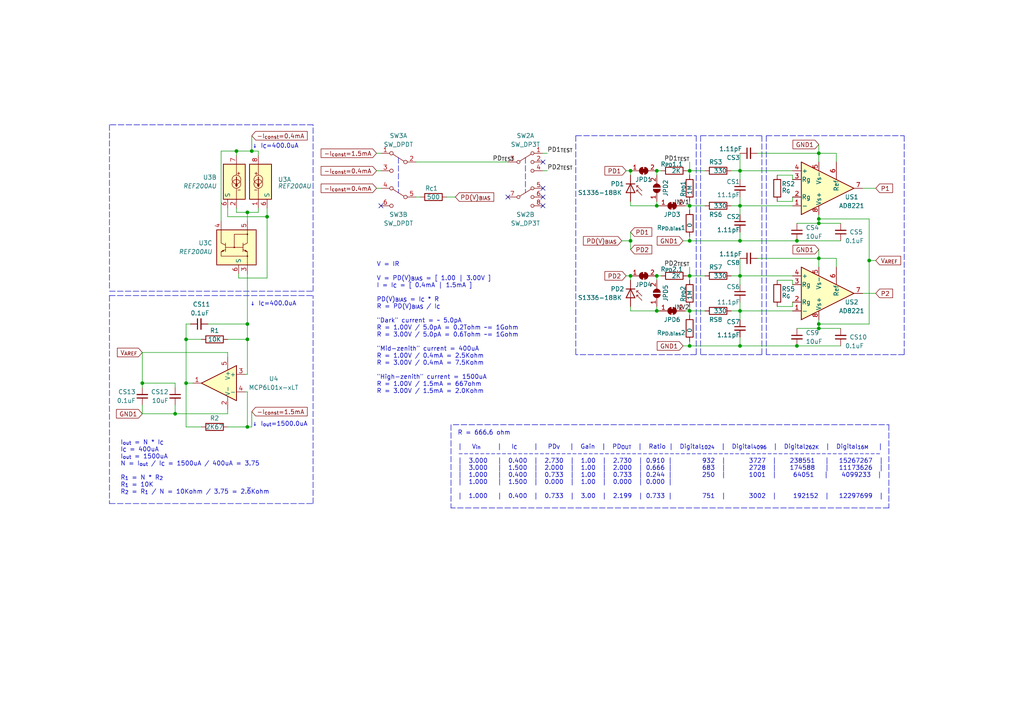
<source format=kicad_sch>
(kicad_sch (version 20211123) (generator eeschema)
  (paper "A4")
  (lib_symbols
    (symbol "Amplifier_Instrumentation:AD8236" (pin_names (offset 0.127))
      (property "Reference" "U" (at 3.81 7.62 0))
      (property "Value" "AD8236" (at 3.81 5.08 0))
      (symbol "AD8236_0_1"
        (polyline (pts (xy -7.62 7.62) (xy -7.62 -7.62) (xy 7.62 0) (xy -7.62 7.62)) (stroke (width 0.254)) (fill (type background)))
      )
      (symbol "AD8236_1_1"
        (pin input line (at -10.16 5.08 0) (length 2.54) (name "-") (number "1"))
        (pin passive line (at -10.16 2.54 0) (length 2.54) (name "Rg") (number "2"))
        (pin passive line (at -10.16 -2.54 0) (length 2.54) (name "Rg") (number "3"))
        (pin input line (at -10.16 -5.08 0) (length 2.54) (name "+") (number "4"))
        (pin power_in line (at -2.54 -7.62 90) (length 2.54) (name "Vs-") (number "5"))
        (pin passive line (at 2.54 -7.62 90) (length 5.08) (name "Ref") (number "6"))
        (pin output line (at 10.16 0 180) (length 2.54) (name "~") (number "7"))
        (pin power_in line (at -2.54 7.62 270) (length 2.54) (name "Vs+") (number "8"))
      )
    )
    (symbol "Amplifier_Operational:MCP6L01x-xLT" (pin_names (offset 0.127))
      (property "Reference" "U" (at -1.27 6.35 0))
      (property "Value" "MCP6L01x-xLT" (at -1.27 3.81 0))
      (symbol "MCP6L01x-xLT_0_1"
        (polyline (pts (xy -5.08 5.08) (xy 5.08 0) (xy -5.08 -5.08) (xy -5.08 5.08)) (stroke (width 0.254)) (fill (type background)))
        (pin power_in line (at -2.54 -7.62 90) (length 3.81) (name "V-") (number "2"))
        (pin power_in line (at -2.54 7.62 270) (length 3.81) (name "V+") (number "5"))
      )
      (symbol "MCP6L01x-xLT_1_1"
        (pin output line (at 7.62 0 180) (length 2.54) (name "~") (number "1"))
        (pin input line (at -7.62 2.54 0) (length 2.54) (name "+") (number "3"))
        (pin input line (at -7.62 -2.54 0) (length 2.54) (name "-") (number "4"))
      )
    )
    (symbol "Device:C_Small" (pin_numbers hide) (pin_names (offset 0.254) hide)
      (property "Reference" "C" (at 0.254 1.778 0))
      (property "Value" "C_Small" (at 0.254 -2.032 0))
      (symbol "C_Small_0_1"
        (polyline (pts (xy -1.524 -0.508) (xy 1.524 -0.508)) (stroke (width 0.3302)))
        (polyline (pts (xy -1.524 0.508) (xy 1.524 0.508)) (stroke (width 0.3048)))
      )
      (symbol "C_Small_1_1"
        (pin passive line (at 0 2.54 270) (length 2.032) (name "~") (number "1"))
        (pin passive line (at 0 -2.54 90) (length 2.032) (name "~") (number "2"))
      )
    )
    (symbol "Device:R" (pin_numbers hide) (pin_names (offset 0))
      (property "Reference" "R" (at 2.032 0 90))
      (property "Value" "R" (at 0 0 90))
      (symbol "R_0_1"
        (rectangle (start -1.016 -2.54) (end 1.016 2.54) (stroke (width 0.254)))
      )
      (symbol "R_1_1"
        (pin passive line (at 0 3.81 270) (length 1.27) (name "~") (number "1"))
        (pin passive line (at 0 -3.81 90) (length 1.27) (name "~") (number "2"))
      )
    )
    (symbol "Jumper:SolderJumper_2_Bridged" (pin_names (offset 0) hide)
      (property "Reference" "JP" (at 0 2.032 0))
      (property "Value" "SolderJumper_2_Bridged" (at 0 -2.54 0))
      (symbol "SolderJumper_2_Bridged_0_1"
        (rectangle (start -0.508 0.508) (end 0.508 -0.508) (fill (type outline)))
        (arc (start -0.254 1.016) (mid -1.27 0) (end -0.254 -1.016))
        (arc (start -0.254 1.016) (mid -1.27 0) (end -0.254 -1.016) (fill (type outline)))
        (polyline (pts (xy -0.254 1.016) (xy -0.254 -1.016)))
        (polyline (pts (xy 0.254 1.016) (xy 0.254 -1.016)))
        (arc (start 0.254 -1.016) (mid 1.27 0) (end 0.254 1.016))
        (arc (start 0.254 -1.016) (mid 1.27 0) (end 0.254 1.016) (fill (type outline)))
      )
      (symbol "SolderJumper_2_Bridged_1_1"
        (pin passive line (at -3.81 0 0) (length 2.54) (name "A") (number "1"))
        (pin passive line (at 3.81 0 180) (length 2.54) (name "B") (number "2"))
      )
    )
    (symbol "Jumper:SolderJumper_2_Open" (pin_names (offset 0) hide)
      (property "Reference" "JP" (at 0 2.032 0))
      (property "Value" "SolderJumper_2_Open" (at 0 -2.54 0))
      (symbol "SolderJumper_2_Open_0_1"
        (arc (start -0.254 1.016) (mid -1.27 0) (end -0.254 -1.016))
        (arc (start -0.254 1.016) (mid -1.27 0) (end -0.254 -1.016) (fill (type outline)))
        (polyline (pts (xy -0.254 1.016) (xy -0.254 -1.016)))
        (polyline (pts (xy 0.254 1.016) (xy 0.254 -1.016)))
        (arc (start 0.254 -1.016) (mid 1.27 0) (end 0.254 1.016))
        (arc (start 0.254 -1.016) (mid 1.27 0) (end 0.254 1.016) (fill (type outline)))
      )
      (symbol "SolderJumper_2_Open_1_1"
        (pin passive line (at -3.81 0 0) (length 2.54) (name "A") (number "1"))
        (pin passive line (at 3.81 0 180) (length 2.54) (name "B") (number "2"))
      )
    )
    (symbol "Reference_Current:REF200AU"
      (property "Reference" "U" (at -3.175 4.445 0))
      (property "Value" "REF200AU" (at -3.175 2.54 0))
      (symbol "REF200AU_0_1"
        (pin passive line (at 2.54 -7.62 90) (length 2.54) (name "S") (number "6"))
      )
      (symbol "REF200AU_1_1"
        (rectangle (start -2.54 5.08) (end 3.81 -5.08) (stroke (width 0.254)) (fill (type background)))
        (circle (center 0 -0.635) (radius 1.27))
        (polyline (pts (xy -1.143 -2.413) (xy -0.381 -2.413)))
        (polyline (pts (xy -1.016 2.413) (xy -0.254 2.413)))
        (polyline (pts (xy -0.635 2.794) (xy -0.635 2.032)))
        (polyline (pts (xy 0 -1.905) (xy 0 -5.08)))
        (polyline (pts (xy 0 1.397) (xy 0 -1.397)) (stroke (width 0.254)))
        (polyline (pts (xy 0 5.08) (xy 0 1.905)))
        (polyline (pts (xy 0 -1.397) (xy -0.254 -0.889) (xy 0.254 -0.889) (xy 0 -1.397)) (stroke (width 0.254)))
        (circle (center 0 0.635) (radius 1.27))
        (pin passive line (at 0 -7.62 90) (length 2.54) (name "~") (number "1"))
        (pin passive line (at 0 7.62 270) (length 2.54) (name "~") (number "8"))
      )
      (symbol "REF200AU_2_1"
        (rectangle (start -2.54 5.08) (end 3.81 -5.08) (stroke (width 0.254)) (fill (type background)))
        (circle (center 0 -0.635) (radius 1.27))
        (polyline (pts (xy -1.143 -2.413) (xy -0.381 -2.413)))
        (polyline (pts (xy -1.016 2.413) (xy -0.254 2.413)))
        (polyline (pts (xy -0.635 2.794) (xy -0.635 2.032)))
        (polyline (pts (xy 0 -1.905) (xy 0 -5.08)))
        (polyline (pts (xy 0 1.397) (xy 0 -1.397)) (stroke (width 0.254)))
        (polyline (pts (xy 0 5.08) (xy 0 1.905)))
        (polyline (pts (xy 0 -1.397) (xy -0.254 -0.889) (xy 0.254 -0.889) (xy 0 -1.397)) (stroke (width 0.254)))
        (circle (center 0 0.635) (radius 1.27))
        (pin passive line (at 0 -7.62 90) (length 2.54) (name "~") (number "2"))
        (pin passive line (at 0 7.62 270) (length 2.54) (name "~") (number "7"))
      )
      (symbol "REF200AU_3_1"
        (rectangle (start -2.54 5.08) (end 8.89 -5.08) (stroke (width 0.254)) (fill (type background)))
        (circle (center 0 -2.54) (radius 0.1524))
        (polyline (pts (xy 0 3.81) (xy 0 5.08)))
        (polyline (pts (xy 1.27 -1.27) (xy 1.27 1.27)))
        (polyline (pts (xy 1.27 0) (xy 6.35 0)))
        (polyline (pts (xy 6.35 1.27) (xy 6.35 -1.27)))
        (polyline (pts (xy 0 -5.08) (xy 0 -1.27) (xy 1.27 -0.635)))
        (polyline (pts (xy 0 3.81) (xy 3.81 3.81) (xy 3.81 0)))
        (polyline (pts (xy 1.27 0.635) (xy 0 1.27) (xy 0 3.81)))
        (polyline (pts (xy 7.62 5.08) (xy 7.62 1.27) (xy 6.35 0.635)))
        (polyline (pts (xy 0 -1.27) (xy 0.6096 -0.762) (xy 0.762 -1.1176) (xy 0 -1.27)))
        (polyline (pts (xy 6.35 -0.635) (xy 7.62 -1.27) (xy 7.62 -2.54) (xy 0 -2.54)))
        (polyline (pts (xy 7.62 -1.27) (xy 7.0104 -0.762) (xy 6.858 -1.1176) (xy 7.62 -1.27)))
        (circle (center 0 3.81) (radius 0.1524))
        (circle (center 3.81 0) (radius 0.1524))
        (pin passive line (at 0 -7.62 90) (length 2.54) (name "~") (number "3"))
        (pin passive line (at 7.62 7.62 270) (length 2.54) (name "~") (number "4"))
        (pin passive line (at 0 7.62 270) (length 2.54) (name "~") (number "5"))
      )
    )
    (symbol "Sensor_Optical:S13360-3025CS" (pin_numbers hide) (pin_names hide)
      (property "Reference" "D" (at 1.778 1.778 0))
      (property "Value" "S13360-3025CS" (at 0.254 -2.794 0))
      (symbol "S13360-3025CS_0_1"
        (polyline (pts (xy -1.27 0) (xy 1.27 0)))
        (polyline (pts (xy -1.27 1.27) (xy -1.27 -1.27)) (stroke (width 0.254)))
        (polyline (pts (xy -0.762 1.778) (xy -0.254 1.778)))
        (polyline (pts (xy 1.27 1.27) (xy 1.27 -1.27)) (stroke (width 0.254)))
        (polyline (pts (xy 0.762 3.302) (xy -0.762 1.778) (xy -0.762 2.286)))
        (polyline (pts (xy 1.27 1.27) (xy -1.27 0) (xy 1.27 -1.27)) (stroke (width 0.254)))
        (polyline (pts (xy 2.032 3.302) (xy 0.508 1.778) (xy 0.508 2.286) (xy 0.508 1.778) (xy 1.016 1.778)))
      )
      (symbol "S13360-3025CS_1_1"
        (pin passive line (at 3.81 0 180) (length 2.54) (name "A") (number "1"))
        (pin passive line (at -3.81 0 0) (length 2.54) (name "K") (number "2"))
      )
    )
    (symbol "Switch:SW_DP3T" (pin_names (offset 0) hide)
      (property "Reference" "SW" (at 0 5.08 0))
      (property "Value" "SW_DP3T" (at 0 -5.08 0))
      (symbol "SW_DP3T_0_1"
        (circle (center -2.032 0) (radius 0.4572))
        (polyline (pts (xy -1.651 0.254) (xy 1.651 2.286)))
        (circle (center 2.032 -2.54) (radius 0.4572))
        (circle (center 2.032 0) (radius 0.4572))
        (circle (center 2.032 2.54) (radius 0.4572))
      )
      (symbol "SW_DP3T_1_1"
        (pin passive line (at 5.08 2.54 180) (length 2.54) (name "1") (number "1"))
        (pin passive line (at 5.08 0 180) (length 2.54) (name "2") (number "2"))
        (pin passive line (at -5.08 0 0) (length 2.54) (name "3") (number "3"))
        (pin passive line (at 5.08 -2.54 180) (length 2.54) (name "4") (number "4"))
      )
      (symbol "SW_DP3T_2_1"
        (pin passive line (at 5.08 2.54 180) (length 2.54) (name "5") (number "5"))
        (pin passive line (at 5.08 0 180) (length 2.54) (name "6") (number "6"))
        (pin passive line (at -5.08 0 0) (length 2.54) (name "7") (number "7"))
        (pin passive line (at 5.08 -2.54 180) (length 2.54) (name "8") (number "8"))
      )
    )
    (symbol "Switch:SW_DPDT_x2" (pin_names (offset 0) hide)
      (property "Reference" "SW" (at 0 4.318 0))
      (property "Value" "SW_DPDT_x2" (at 0 -5.08 0))
      (symbol "SW_DPDT_x2_0_0"
        (circle (center -2.032 0) (radius 0.508))
        (circle (center 2.032 -2.54) (radius 0.508))
      )
      (symbol "SW_DPDT_x2_0_1"
        (polyline (pts (xy -1.524 0.254) (xy 1.651 2.286)))
        (circle (center 2.032 2.54) (radius 0.508))
      )
      (symbol "SW_DPDT_x2_1_1"
        (pin passive line (at 5.08 2.54 180) (length 2.54) (name "A") (number "1"))
        (pin passive line (at -5.08 0 0) (length 2.54) (name "B") (number "2"))
        (pin passive line (at 5.08 -2.54 180) (length 2.54) (name "C") (number "3"))
      )
      (symbol "SW_DPDT_x2_2_1"
        (pin passive line (at 5.08 2.54 180) (length 2.54) (name "A") (number "4"))
        (pin passive line (at -5.08 0 0) (length 2.54) (name "B") (number "5"))
        (pin passive line (at 5.08 -2.54 180) (length 2.54) (name "C") (number "6"))
      )
    )
  )
  (junction (at 182.88 80.01))
  (junction (at 214.63 100.33))
  (junction (at 200.025 59.69))
  (junction (at 252.095 75.565))
  (junction (at 68.58 43.815))
  (junction (at 50.8 120.015))
  (junction (at 237.49 74.93))
  (junction (at 182.88 49.53))
  (junction (at 190.5 59.69))
  (junction (at 237.49 93.98))
  (junction (at 237.49 63.5))
  (junction (at 53.975 98.425))
  (junction (at 200.025 69.85))
  (junction (at 200.025 90.17))
  (junction (at 71.755 123.825))
  (junction (at 200.025 100.33))
  (junction (at 200.025 80.01))
  (junction (at 214.63 49.53))
  (junction (at 190.5 90.17))
  (junction (at 190.5 80.01))
  (junction (at 77.47 62.865))
  (junction (at 73.025 43.815))
  (junction (at 237.49 44.45))
  (junction (at 214.63 90.17))
  (junction (at 71.755 98.425))
  (junction (at 71.755 93.98))
  (junction (at 231.14 100.33))
  (junction (at 190.5 49.53))
  (junction (at 231.14 69.85))
  (junction (at 71.755 61.595))
  (junction (at 237.49 64.77))
  (junction (at 200.025 49.53))
  (junction (at 214.63 69.85))
  (junction (at 53.975 111.125))
  (junction (at 214.63 59.69))
  (junction (at 214.63 80.01))
  (junction (at 41.275 111.125))
  (junction (at 182.88 69.85))
  (junction (at 237.49 95.25))
  (no_connect (at 157.48 46.99))
  (no_connect (at 157.48 54.61))
  (no_connect (at 147.32 57.15))
  (no_connect (at 110.49 59.69))
  (no_connect (at 157.48 59.69))
  (no_connect (at 157.48 57.15))
  (wire (pts (xy 182.88 90.17) (xy 190.5 90.17)))
  (wire (pts (xy 250.19 54.61) (xy 254 54.61)))
  (wire (pts (xy 229.87 81.28) (xy 229.87 82.55)))
  (wire (pts (xy 214.63 52.07) (xy 214.63 49.53)))
  (wire (pts (xy 200.025 69.85) (xy 198.12 69.85)))
  (polyline (pts (xy 203.2 39.37) (xy 203.2 102.87)))
  (wire (pts (xy 200.025 99.06) (xy 200.025 100.33)))
  (wire (pts (xy 212.09 80.01) (xy 214.63 80.01)))
  (wire (pts (xy 214.63 90.17) (xy 214.63 92.71)))
  (polyline (pts (xy 115.57 45.72) (xy 115.57 55.88)))
  (wire (pts (xy 219.71 44.45) (xy 237.49 44.45)))
  (wire (pts (xy 237.49 41.91) (xy 237.49 44.45)))
  (wire (pts (xy 212.09 49.53) (xy 214.63 49.53)))
  (wire (pts (xy 237.49 44.45) (xy 242.57 44.45)))
  (wire (pts (xy 77.47 62.865) (xy 66.04 62.865)))
  (wire (pts (xy 190.5 80.01) (xy 191.77 80.01)))
  (wire (pts (xy 53.975 93.98) (xy 53.975 98.425)))
  (wire (pts (xy 73.025 119.38) (xy 73.025 123.825)))
  (wire (pts (xy 190.5 49.53) (xy 190.5 50.8)))
  (polyline (pts (xy 220.98 102.87) (xy 203.2 102.87)))
  (wire (pts (xy 66.04 118.745) (xy 66.04 120.015)))
  (wire (pts (xy 214.63 87.63) (xy 214.63 90.17)))
  (polyline (pts (xy 203.2 39.37) (xy 220.98 39.37)))
  (wire (pts (xy 237.49 74.93) (xy 242.57 74.93)))
  (wire (pts (xy 252.095 75.565) (xy 252.095 93.98)))
  (wire (pts (xy 71.755 123.825) (xy 66.04 123.825)))
  (wire (pts (xy 50.8 111.125) (xy 50.8 112.395)))
  (polyline (pts (xy 31.75 84.455) (xy 90.805 84.455)))
  (polyline (pts (xy 222.25 39.37) (xy 262.255 39.37)))
  (wire (pts (xy 53.975 111.125) (xy 53.975 123.825)))
  (polyline (pts (xy 220.98 39.37) (xy 220.98 102.87)))
  (polyline (pts (xy 31.75 85.725) (xy 90.805 85.725)))
  (wire (pts (xy 190.5 88.9) (xy 190.5 90.17)))
  (wire (pts (xy 190.5 90.17) (xy 191.135 90.17)))
  (wire (pts (xy 242.57 77.47) (xy 242.57 74.93)))
  (polyline (pts (xy 222.25 39.37) (xy 222.25 102.87)))
  (wire (pts (xy 74.93 60.325) (xy 74.93 61.595)))
  (wire (pts (xy 214.63 100.33) (xy 231.14 100.33)))
  (wire (pts (xy 198.755 90.17) (xy 200.025 90.17)))
  (wire (pts (xy 200.025 68.58) (xy 200.025 69.85)))
  (wire (pts (xy 120.65 57.15) (xy 121.92 57.15)))
  (wire (pts (xy 182.88 49.53) (xy 182.88 50.8)))
  (wire (pts (xy 200.025 77.47) (xy 200.025 80.01)))
  (polyline (pts (xy 31.75 146.05) (xy 90.805 146.05)))
  (wire (pts (xy 214.63 82.55) (xy 214.63 80.01)))
  (polyline (pts (xy 31.75 36.195) (xy 31.75 83.82)))
  (wire (pts (xy 158.75 49.53) (xy 157.48 49.53)))
  (polyline (pts (xy 257.81 147.32) (xy 130.81 147.32)))
  (polyline (pts (xy 262.255 39.37) (xy 262.255 102.87)))
  (wire (pts (xy 252.095 63.5) (xy 252.095 75.565)))
  (wire (pts (xy 68.58 43.815) (xy 64.135 43.815)))
  (wire (pts (xy 214.63 67.31) (xy 214.63 69.85)))
  (wire (pts (xy 73.025 39.37) (xy 73.025 43.815)))
  (polyline (pts (xy 201.93 102.87) (xy 167.005 102.87)))
  (wire (pts (xy 225.425 58.42) (xy 229.87 58.42)))
  (wire (pts (xy 237.49 62.23) (xy 237.49 63.5)))
  (wire (pts (xy 198.755 59.69) (xy 200.025 59.69)))
  (wire (pts (xy 77.47 62.865) (xy 77.47 80.645)))
  (wire (pts (xy 66.04 102.235) (xy 66.04 103.505)))
  (wire (pts (xy 200.025 100.33) (xy 214.63 100.33)))
  (wire (pts (xy 64.135 43.815) (xy 64.135 64.135)))
  (wire (pts (xy 181.61 49.53) (xy 182.88 49.53)))
  (wire (pts (xy 231.14 69.85) (xy 243.84 69.85)))
  (wire (pts (xy 41.275 102.235) (xy 41.275 111.125)))
  (wire (pts (xy 200.025 49.53) (xy 200.025 50.8)))
  (wire (pts (xy 200.025 49.53) (xy 204.47 49.53)))
  (wire (pts (xy 182.88 69.85) (xy 180.34 69.85)))
  (polyline (pts (xy 201.93 39.37) (xy 201.93 102.87)))
  (wire (pts (xy 41.275 111.125) (xy 41.275 112.395)))
  (wire (pts (xy 77.47 80.645) (xy 69.215 80.645)))
  (wire (pts (xy 237.49 63.5) (xy 237.49 64.77)))
  (wire (pts (xy 109.22 54.61) (xy 110.49 54.61)))
  (wire (pts (xy 200.025 90.17) (xy 204.47 90.17)))
  (wire (pts (xy 50.8 111.125) (xy 41.275 111.125)))
  (wire (pts (xy 200.025 88.9) (xy 200.025 90.17)))
  (wire (pts (xy 237.49 44.45) (xy 237.49 46.99)))
  (wire (pts (xy 53.975 98.425) (xy 53.975 111.125)))
  (wire (pts (xy 214.63 44.45) (xy 214.63 49.53)))
  (wire (pts (xy 55.88 111.125) (xy 53.975 111.125)))
  (wire (pts (xy 237.49 74.93) (xy 237.49 77.47)))
  (wire (pts (xy 252.095 93.98) (xy 237.49 93.98)))
  (wire (pts (xy 109.22 44.45) (xy 110.49 44.45)))
  (wire (pts (xy 58.42 98.425) (xy 53.975 98.425)))
  (wire (pts (xy 250.19 85.09) (xy 254 85.09)))
  (wire (pts (xy 214.63 90.17) (xy 229.87 90.17)))
  (wire (pts (xy 214.63 80.01) (xy 229.87 80.01)))
  (wire (pts (xy 71.755 98.425) (xy 71.755 108.585)))
  (polyline (pts (xy 31.75 85.725) (xy 31.75 146.05)))
  (wire (pts (xy 199.39 80.01) (xy 200.025 80.01)))
  (polyline (pts (xy 262.255 102.87) (xy 222.25 102.87)))
  (wire (pts (xy 66.04 60.325) (xy 66.04 62.865)))
  (wire (pts (xy 229.87 58.42) (xy 229.87 57.15)))
  (wire (pts (xy 50.8 120.015) (xy 41.275 120.015)))
  (wire (pts (xy 109.22 49.53) (xy 110.49 49.53)))
  (polyline (pts (xy 131.445 123.19) (xy 257.81 123.19)))
  (wire (pts (xy 225.425 88.9) (xy 229.87 88.9)))
  (wire (pts (xy 55.245 93.98) (xy 53.975 93.98)))
  (wire (pts (xy 229.87 88.9) (xy 229.87 87.63)))
  (wire (pts (xy 190.5 58.42) (xy 190.5 59.69)))
  (wire (pts (xy 200.025 58.42) (xy 200.025 59.69)))
  (wire (pts (xy 198.12 100.33) (xy 200.025 100.33)))
  (polyline (pts (xy 90.805 36.195) (xy 31.75 36.195)))
  (wire (pts (xy 225.425 81.28) (xy 229.87 81.28)))
  (wire (pts (xy 214.63 97.79) (xy 214.63 100.33)))
  (wire (pts (xy 200.025 59.69) (xy 204.47 59.69)))
  (wire (pts (xy 71.755 93.98) (xy 60.325 93.98)))
  (wire (pts (xy 214.63 59.69) (xy 214.63 62.23)))
  (wire (pts (xy 214.63 74.93) (xy 214.63 80.01)))
  (wire (pts (xy 200.025 46.99) (xy 200.025 49.53)))
  (wire (pts (xy 214.63 49.53) (xy 229.87 49.53)))
  (polyline (pts (xy 167.005 39.37) (xy 167.005 102.87)))
  (wire (pts (xy 77.47 60.325) (xy 77.47 62.865)))
  (wire (pts (xy 200.025 80.01) (xy 204.47 80.01)))
  (wire (pts (xy 41.275 120.015) (xy 41.275 117.475)))
  (wire (pts (xy 120.65 46.99) (xy 147.32 46.99)))
  (wire (pts (xy 182.88 67.31) (xy 182.88 69.85)))
  (wire (pts (xy 68.58 43.815) (xy 68.58 45.085)))
  (wire (pts (xy 71.755 113.665) (xy 71.12 113.665)))
  (wire (pts (xy 74.93 43.815) (xy 74.93 45.085)))
  (wire (pts (xy 199.39 49.53) (xy 200.025 49.53)))
  (wire (pts (xy 53.975 123.825) (xy 58.42 123.825)))
  (wire (pts (xy 214.63 69.85) (xy 231.14 69.85)))
  (wire (pts (xy 237.49 64.77) (xy 243.84 64.77)))
  (wire (pts (xy 71.755 61.595) (xy 71.755 64.135)))
  (wire (pts (xy 182.88 59.69) (xy 190.5 59.69)))
  (wire (pts (xy 242.57 46.99) (xy 242.57 44.45)))
  (wire (pts (xy 182.88 59.69) (xy 182.88 58.42)))
  (wire (pts (xy 181.61 80.01) (xy 182.88 80.01)))
  (wire (pts (xy 71.755 79.375) (xy 71.755 93.98)))
  (wire (pts (xy 190.5 59.69) (xy 191.135 59.69)))
  (wire (pts (xy 237.49 72.39) (xy 237.49 74.93)))
  (wire (pts (xy 71.755 113.665) (xy 71.755 123.825)))
  (wire (pts (xy 200.025 59.69) (xy 200.025 60.96)))
  (polyline (pts (xy 167.005 39.37) (xy 201.93 39.37)))
  (wire (pts (xy 50.8 120.015) (xy 50.8 117.475)))
  (wire (pts (xy 212.09 59.69) (xy 214.63 59.69)))
  (wire (pts (xy 231.14 100.33) (xy 243.84 100.33)))
  (wire (pts (xy 219.71 74.93) (xy 237.49 74.93)))
  (wire (pts (xy 229.87 50.8) (xy 229.87 52.07)))
  (wire (pts (xy 231.14 95.25) (xy 237.49 95.25)))
  (polyline (pts (xy 130.81 123.19) (xy 130.81 147.32)))
  (polyline (pts (xy 257.81 123.19) (xy 257.81 147.32)))
  (polyline (pts (xy 90.805 84.455) (xy 90.805 36.195)))
  (wire (pts (xy 214.63 57.15) (xy 214.63 59.69)))
  (wire (pts (xy 73.025 123.825) (xy 71.755 123.825)))
  (wire (pts (xy 66.04 102.235) (xy 41.275 102.235)))
  (wire (pts (xy 71.755 108.585) (xy 71.12 108.585)))
  (wire (pts (xy 129.54 57.15) (xy 132.08 57.15)))
  (polyline (pts (xy 152.4 45.72) (xy 152.4 55.88)))
  (wire (pts (xy 68.58 61.595) (xy 68.58 60.325)))
  (wire (pts (xy 212.09 90.17) (xy 214.63 90.17)))
  (wire (pts (xy 200.025 69.85) (xy 214.63 69.85)))
  (wire (pts (xy 69.215 80.645) (xy 69.215 79.375)))
  (wire (pts (xy 182.88 69.85) (xy 182.88 72.39)))
  (wire (pts (xy 200.025 80.01) (xy 200.025 81.28)))
  (wire (pts (xy 158.75 44.45) (xy 157.48 44.45)))
  (wire (pts (xy 74.93 61.595) (xy 71.755 61.595)))
  (polyline (pts (xy 90.805 146.05) (xy 90.805 85.725)))
  (wire (pts (xy 237.49 63.5) (xy 252.095 63.5)))
  (wire (pts (xy 214.63 59.69) (xy 229.87 59.69)))
  (wire (pts (xy 74.93 43.815) (xy 73.025 43.815)))
  (wire (pts (xy 225.425 50.8) (xy 229.87 50.8)))
  (wire (pts (xy 182.88 80.01) (xy 182.88 81.28)))
  (wire (pts (xy 252.095 75.565) (xy 254 75.565)))
  (wire (pts (xy 71.755 93.98) (xy 71.755 98.425)))
  (wire (pts (xy 190.5 49.53) (xy 191.77 49.53)))
  (wire (pts (xy 71.755 61.595) (xy 68.58 61.595)))
  (wire (pts (xy 182.88 90.17) (xy 182.88 88.9)))
  (wire (pts (xy 237.49 92.71) (xy 237.49 93.98)))
  (wire (pts (xy 200.025 90.17) (xy 200.025 91.44)))
  (wire (pts (xy 190.5 80.01) (xy 190.5 81.28)))
  (wire (pts (xy 71.755 98.425) (xy 66.04 98.425)))
  (wire (pts (xy 237.49 95.25) (xy 243.84 95.25)))
  (wire (pts (xy 66.04 120.015) (xy 50.8 120.015)))
  (wire (pts (xy 73.025 43.815) (xy 68.58 43.815)))
  (wire (pts (xy 237.49 93.98) (xy 237.49 95.25)))
  (wire (pts (xy 231.14 64.77) (xy 237.49 64.77)))
  (text "I_{out} = N * I_{C}\nI_{C} = 400uA\nI_{out} = 1500uA\nN = I_{out} / I_{C} = 1500uA / 400uA = 3.75\n\nR_{1} = N * R_{2}\nR_{1} = 10K\nR_{2} = R_{1} / N = 10Kohm / 3.75 = 2.~{6}Kohm" (at 34.925 143.51 0) (effects (font (size 1.27 1.27)) (justify left bottom)))
  (text "↓ I_{C}=400.0uA" (at 72.39 88.9 0) (effects (font (size 1.27 1.27)) (justify left bottom)))
  (text "R = 666.6 ohm\n\n|   V_{in}     |   I_{C}     |   PD_{V}   |  Gain  |  PD_{OUT}  |  Ratio |  Digital_{1024}  |  Digital_{4096}  |  Digital_{262K}  |  Digital_{16M}   |\n------------------------------------------------------------------------------\n|  3.000   |  0.400  |  2.730  |  1.00  |  2.730  | 0.910 |         932  |       3727  |    238551   |   15267267  |\n|  3.000   |  1.500  |  2.000  |  1.00  |  2.000  | 0.666 |         683  |       2728  |    174588   |   11173626  |\n|  1.000   |  0.400  |  0.733  |  1.00  |  0.733  | 0.244 |         250  |       1001  |     64051   |    4099233  |\n|  1.000   |  1.500  |  0.000  |  1.00  |  0.000  | 0.000 |\n\n|  1.000   |  0.400  |  0.733  |  3.00  |  2.199  | 0.733 |         751  |       3002  |     192152  |   12297699  |" (at 132.715 144.78 0) (effects (font (size 1.27 1.27)) (justify left bottom)))
  (text "V = IR\n\nV = PD(V)_{BIAS} = [ 1.00 | 3.00V ]\nI = I_{C} = [ 0.4mA | 1.5mA ]\n\nPD(V)_{BIAS} = I_{C} * R\nR = PD(V)_{BIAS} / I_{C}\n\n\"Dark\" current = ~ 5.0pA\nR = 1.00V / 5.0pA = 0.2Tohm ~= 1Gohm\nR = 3.00V / 5.0pA = 0.6Tohm ~= 1Gohm\n\n\"Mid-zenith\" current = 400uA\nR = 1.00V / 0.4mA = 2.5Kohm\nR = 3.00V / 0.4mA = 7.5Kohm\n\n\"High-zenith\" current = 1500uA\nR = 1.00V / 1.5mA = 667ohm\nR = 3.00V / 1.5mA = 2.0Kohm" (at 109.22 114.3 0) (effects (font (size 1.27 1.27)) (justify left bottom)))
  (text "↓ I_{C}=400.0uA" (at 73.025 43.18 0) (effects (font (size 1.27 1.27)) (justify left bottom)))
  (text "↓ I_{out}=1500.0uA" (at 73.025 123.825 0) (effects (font (size 1.27 1.27)) (justify left bottom)))
  (label "PD1_{TEST}" (at 158.75 44.45 0))
  (label "PD2_{TEST}" (at 200.025 77.47 180))
  (label "INV1" (at 200.025 59.69 180))
  (label "PD_{TEST}" (at 142.875 46.99 0))
  (label "PD1_{TEST}" (at 200.025 46.99 180))
  (label "PD2_{TEST}" (at 158.75 49.53 0))
  (label "INV2" (at 200.025 90.17 180))
  (global_label "PD2" (shape input) (at 181.61 80.01 180) (property "Intersheet References" "${INTERSHEET_REFS}" (effects hide)))
  (global_label "PD1" (shape input) (at 182.88 67.31 0) (property "Intersheet References" "${INTERSHEET_REFS}" (effects hide)))
  (global_label "PD(V)_{BIAS}" (shape input) (at 132.08 57.15 0) (property "Intersheet References" "${INTERSHEET_REFS}" (effects hide)))
  (global_label "GND1" (shape input) (at 237.49 72.39 180) (property "Intersheet References" "${INTERSHEET_REFS}" (effects hide)))
  (global_label "P2" (shape input) (at 254 85.09 0) (property "Intersheet References" "${INTERSHEET_REFS}" (effects hide)))
  (global_label "GND1" (shape input) (at 237.49 41.91 180) (property "Intersheet References" "${INTERSHEET_REFS}" (effects hide)))
  (global_label "P1" (shape input) (at 254 54.61 0) (property "Intersheet References" "${INTERSHEET_REFS}" (effects hide)))
  (global_label "-I_{const}=1.5mA" (shape input) (at 109.22 44.45 180) (property "Intersheet References" "${INTERSHEET_REFS}" (effects hide)))
  (global_label "PD2" (shape input) (at 182.88 72.39 0) (property "Intersheet References" "${INTERSHEET_REFS}" (effects hide)))
  (global_label "-I_{const}=1.5mA" (shape input) (at 73.025 119.38 0) (property "Intersheet References" "${INTERSHEET_REFS}" (effects hide)))
  (global_label "GND1" (shape input) (at 198.12 100.33 180) (property "Intersheet References" "${INTERSHEET_REFS}" (effects hide)))
  (global_label "PD1" (shape input) (at 181.61 49.53 180) (property "Intersheet References" "${INTERSHEET_REFS}" (effects hide)))
  (global_label "V_{AREF}" (shape input) (at 41.275 102.235 180) (property "Intersheet References" "${INTERSHEET_REFS}" (effects hide)))
  (global_label "V_{AREF}" (shape input) (at 254 75.565 0) (property "Intersheet References" "${INTERSHEET_REFS}" (effects hide)))
  (global_label "PD(V)_{BIAS}" (shape input) (at 180.34 69.85 180) (property "Intersheet References" "${INTERSHEET_REFS}" (effects hide)))
  (global_label "-I_{const}=0.4mA" (shape input) (at 73.025 39.37 0) (property "Intersheet References" "${INTERSHEET_REFS}" (effects hide)))
  (global_label "-I_{const}=0.4mA" (shape input) (at 109.22 49.53 180) (property "Intersheet References" "${INTERSHEET_REFS}" (effects hide)))
  (global_label "GND1" (shape input) (at 41.275 120.015 180) (property "Intersheet References" "${INTERSHEET_REFS}" (effects hide)))
  (global_label "-I_{const}=0.4mA" (shape input) (at 109.22 54.61 180) (property "Intersheet References" "${INTERSHEET_REFS}" (effects hide)))
  (global_label "GND1" (shape input) (at 198.12 69.85 180) (property "Intersheet References" "${INTERSHEET_REFS}" (effects hide)))
  (symbol (lib_id "Device:R") (at 195.58 80.01 90) (unit 1)
    (property "Reference" "R_{PD}2.1" (at 198.12 78.105 90) (effects (justify left)))
    (property "Value" "2K" (at 197.485 80.01 90) (effects (justify left)))
    (property "Footprint" "Resistor_SMD:R_0805_2012Metric" (effects hide))
  )
  (symbol (lib_id "Device:C_Small") (at 243.84 67.31 180) (unit 1)
    (property "Reference" "CS5" (at 246.38 67.31 0) (effects (justify right)))
    (property "Value" "0.1uF" (at 245.11 69.85 0) (effects (justify right)))
    (property "Footprint" "Capacitor_SMD:C_0805_2012Metric" (effects hide))
  )
  (symbol (lib_id "Amplifier_Instrumentation:AD8236") (at 240.03 54.61 0) (mirror x) (unit 1)
    (property "Reference" "US1" (at 247.015 57.15 0))
    (property "Value" "AD8221" (at 247.015 59.69 0))
    (property "Footprint" "Package_SO:MSOP-8_3x3mm_P0.65mm" (effects hide))
    (property "Datasheet" "https://www.analog.com/media/en/technical-documentation/data-sheets/AD8236.pdf" (effects hide))
  )
  (symbol (lib_id "Device:R") (at 208.28 59.69 90) (unit 1)
    (property "Reference" "RS6" (at 209.55 62.23 90) (effects (justify left)))
    (property "Value" "330" (at 210.82 59.69 90) (effects (justify left)))
    (property "Footprint" "Resistor_SMD:R_0805_2012Metric" (effects hide))
  )
  (symbol (lib_id "Device:R") (at 62.23 98.425 270) (mirror x) (unit 1)
    (property "Reference" "R1" (at 62.23 95.885 90))
    (property "Value" "10K" (at 62.23 98.425 90))
    (property "Footprint" "Resistor_SMD:R_0805_2012Metric" (effects hide))
  )
  (symbol (lib_id "Device:R") (at 200.025 54.61 0) (unit 1)
    (property "Reference" "R_{PD}1" (at 198.12 57.15 90) (effects (justify left)))
    (property "Value" "1M" (at 200.025 56.515 90) (effects (justify left)))
    (property "Footprint" "Resistor_SMD:R_0805_2012Metric" (effects hide))
  )
  (symbol (lib_id "Amplifier_Instrumentation:AD8236") (at 240.03 85.09 0) (mirror x) (unit 1)
    (property "Reference" "US2" (at 247.015 87.63 0))
    (property "Value" "AD8221" (at 247.015 90.17 0))
    (property "Footprint" "Package_SO:MSOP-8_3x3mm_P0.65mm" (effects hide))
    (property "Datasheet" "https://www.analog.com/media/en/technical-documentation/data-sheets/AD8236.pdf" (effects hide))
  )
  (symbol (lib_id "Device:R") (at 125.73 57.15 90) (unit 1)
    (property "Reference" "R_{C}1" (at 127 54.61 90) (effects (justify left)))
    (property "Value" "500" (at 127.635 57.15 90) (effects (justify left)))
    (property "Footprint" "Resistor_SMD:R_0805_2012Metric" (effects hide))
  )
  (symbol (lib_id "Jumper:SolderJumper_2_Bridged") (at 194.945 59.69 0) (unit 1)
    (property "Reference" "JPD3" (at 194.945 62.23 0))
    (property "Value" "SolderJumper_2_Bridged" (effects hide))
    (property "Footprint" "Jumper:SolderJumper-2_P1.3mm_Bridged_RoundedPad1.0x1.5mm" (effects hide))
  )
  (symbol (lib_id "Device:R") (at 208.28 90.17 90) (unit 1)
    (property "Reference" "RS8" (at 209.55 92.71 90) (effects (justify left)))
    (property "Value" "330" (at 210.82 90.17 90) (effects (justify left)))
    (property "Footprint" "Resistor_SMD:R_0805_2012Metric" (effects hide))
  )
  (symbol (lib_id "Reference_Current:REF200AU") (at 71.755 71.755 0) (mirror y) (unit 3)
    (property "Reference" "U3" (at 61.595 70.4849 0) (effects (justify left)))
    (property "Value" "REF200AU" (at 61.595 73.0249 0) (effects (font italic) (justify left)))
    (property "Footprint" "Package_SO:SOIC-8_3.9x4.9mm_P1.27mm" (effects hide))
    (property "Datasheet" "www.ti.com/lit/ds/symlink/ref200.pdf" (effects hide))
  )
  (symbol (lib_id "Switch:SW_DP3T") (at 152.4 46.99 0) (unit 1)
    (property "Reference" "SW2" (at 152.4 39.37 0))
    (property "Value" "SW_DP3T" (at 152.4 41.91 0))
    (property "Footprint" "Gardenuino Custom:SW_DP3T_CK_JS203011JAQN" (effects hide))
  )
  (symbol (lib_id "Device:R") (at 225.425 54.61 0) (unit 1)
    (property "Reference" "RS2" (at 226.695 53.34 0) (effects (justify left)))
    (property "Value" "R_{G}" (at 226.695 55.245 0) (effects (justify left)))
    (property "Footprint" "Capacitor_SMD:C_0805_2012Metric" (effects hide))
  )
  (symbol (lib_id "Sensor_Optical:S13360-3025CS") (at 182.88 54.61 270) (unit 1)
    (property "Reference" "PD1" (at 179.07 53.34 90))
    (property "Value" "S1336-18BK" (at 173.99 55.88 90))
    (property "Footprint" "Gardenuino Custom:S1336" (effects hide))
    (property "Datasheet" "http://www.hamamatsu.com/resources/pdf/ssd/s13360_series_kapd1052e.pdf" (effects hide))
  )
  (symbol (lib_id "Jumper:SolderJumper_2_Bridged") (at 186.69 80.01 0) (unit 1)
    (property "Reference" "JPD4" (at 186.69 82.55 0))
    (property "Value" "SolderJumper_2_Bridged" (effects hide))
    (property "Footprint" "Jumper:SolderJumper-2_P1.3mm_Bridged_RoundedPad1.0x1.5mm" (effects hide))
  )
  (symbol (lib_id "Reference_Current:REF200AU") (at 68.58 52.705 0) (mirror y) (unit 2)
    (property "Reference" "U3" (at 62.865 51.4349 0) (effects (justify left)))
    (property "Value" "REF200AU" (at 62.865 53.9749 0) (effects (font italic) (justify left)))
    (property "Footprint" "Package_SO:SOIC-8_3.9x4.9mm_P1.27mm" (effects hide))
    (property "Datasheet" "www.ti.com/lit/ds/symlink/ref200.pdf" (effects hide))
  )
  (symbol (lib_id "Device:C_Small") (at 231.14 67.31 0) (mirror y) (unit 1)
    (property "Reference" "CS4" (at 233.68 66.0462 0) (effects (justify right)))
    (property "Value" "10uF" (at 233.68 68.5862 0) (effects (justify right)))
    (property "Footprint" "Capacitor_SMD:C_0805_2012Metric" (effects hide))
  )
  (symbol (lib_id "Jumper:SolderJumper_2_Bridged") (at 186.69 49.53 0) (unit 1)
    (property "Reference" "JPD1" (at 186.69 52.07 0))
    (property "Value" "SolderJumper_2_Bridged" (effects hide))
    (property "Footprint" "Jumper:SolderJumper-2_P1.3mm_Bridged_RoundedPad1.0x1.5mm" (effects hide))
  )
  (symbol (lib_id "Device:C_Small") (at 50.8 114.935 0) (unit 1)
    (property "Reference" "CS12" (at 48.895 113.665 0) (effects (justify right)))
    (property "Value" "10uF" (at 48.895 116.205 0) (effects (justify right)))
    (property "Footprint" "Capacitor_SMD:C_0805_2012Metric" (effects hide))
  )
  (symbol (lib_id "Device:C_Small") (at 217.17 44.45 90) (mirror x) (unit 1)
    (property "Reference" "CS3" (at 214.63 45.72 90) (effects (justify left)))
    (property "Value" "1.11pF" (at 215.265 43.18 90) (effects (justify left)))
    (property "Footprint" "Capacitor_SMD:C_0805_2012Metric" (effects hide))
  )
  (symbol (lib_id "Device:C_Small") (at 243.84 97.79 180) (unit 1)
    (property "Reference" "CS10" (at 246.38 97.79 0) (effects (justify right)))
    (property "Value" "0.1uF" (at 245.11 100.33 0) (effects (justify right)))
    (property "Footprint" "Capacitor_SMD:C_0805_2012Metric" (effects hide))
  )
  (symbol (lib_id "Device:R") (at 195.58 49.53 90) (unit 1)
    (property "Reference" "R_{PD}1.1" (at 198.12 47.625 90) (effects (justify left)))
    (property "Value" "2K" (at 197.485 49.53 90) (effects (justify left)))
    (property "Footprint" "Resistor_SMD:R_0805_2012Metric" (effects hide))
  )
  (symbol (lib_id "Device:C_Small") (at 41.275 114.935 0) (mirror x) (unit 1)
    (property "Reference" "CS13" (at 39.37 113.665 0) (effects (justify right)))
    (property "Value" "0.1uF" (at 39.37 116.205 0) (effects (justify right)))
    (property "Footprint" "Capacitor_SMD:C_0805_2012Metric" (effects hide))
  )
  (symbol (lib_id "Sensor_Optical:S13360-3025CS") (at 182.88 85.09 270) (unit 1)
    (property "Reference" "PD2" (at 179.07 83.82 90))
    (property "Value" "S1336-18BK" (at 173.99 86.36 90))
    (property "Footprint" "Gardenuino Custom:S1336" (effects hide))
    (property "Datasheet" "http://www.hamamatsu.com/resources/pdf/ssd/s13360_series_kapd1052e.pdf" (effects hide))
  )
  (symbol (lib_id "Device:R") (at 200.025 95.25 0) (unit 1)
    (property "Reference" "R_{PD.bias}2" (at 190.5 96.52 0) (effects (justify left)))
    (property "Value" "0" (at 200.025 96.52 90) (effects (justify left)))
    (property "Footprint" "Capacitor_SMD:C_0805_2012Metric" (effects hide))
  )
  (symbol (lib_id "Device:R") (at 62.23 123.825 270) (unit 1)
    (property "Reference" "R2" (at 62.23 121.285 90))
    (property "Value" "2K67" (at 62.23 123.825 90))
    (property "Footprint" "Resistor_SMD:R_0805_2012Metric" (effects hide))
  )
  (symbol (lib_id "Device:R") (at 208.28 80.01 90) (unit 1)
    (property "Reference" "RS7" (at 209.55 77.47 90) (effects (justify left)))
    (property "Value" "330" (at 210.82 80.01 90) (effects (justify left)))
    (property "Footprint" "Resistor_SMD:R_0805_2012Metric" (effects hide))
  )
  (symbol (lib_id "Device:C_Small") (at 214.63 54.61 0) (mirror y) (unit 1)
    (property "Reference" "CS1" (at 214.63 52.705 0) (effects (justify left)))
    (property "Value" "11.1pF" (at 214.63 56.515 0) (effects (justify left)))
    (property "Footprint" "Capacitor_SMD:C_0805_2012Metric" (effects hide))
  )
  (symbol (lib_id "Device:C_Small") (at 231.14 97.79 0) (mirror y) (unit 1)
    (property "Reference" "CS9" (at 233.68 96.5262 0) (effects (justify right)))
    (property "Value" "10uF" (at 233.68 99.0662 0) (effects (justify right)))
    (property "Footprint" "Capacitor_SMD:C_0805_2012Metric" (effects hide))
  )
  (symbol (lib_id "Device:R") (at 200.025 85.09 0) (unit 1)
    (property "Reference" "R_{PD}2" (at 198.12 87.63 90) (effects (justify left)))
    (property "Value" "1M" (at 200.025 86.995 90) (effects (justify left)))
    (property "Footprint" "Resistor_SMD:R_0805_2012Metric" (effects hide))
  )
  (symbol (lib_id "Jumper:SolderJumper_2_Open") (at 190.5 54.61 90) (unit 1)
    (property "Reference" "JPD2" (at 193.04 52.07 0) (effects (justify right)))
    (property "Value" "SolderJumper_2_Open" (effects hide))
    (property "Footprint" "Jumper:SolderJumper-2_P1.3mm_Open_RoundedPad1.0x1.5mm" (effects hide))
  )
  (symbol (lib_id "Device:R") (at 225.425 85.09 0) (unit 1)
    (property "Reference" "RS5" (at 226.695 83.82 0) (effects (justify left)))
    (property "Value" "R_{G}" (at 226.695 85.725 0) (effects (justify left)))
    (property "Footprint" "Capacitor_SMD:C_0805_2012Metric" (effects hide))
  )
  (symbol (lib_id "Device:C_Small") (at 214.63 85.09 0) (mirror y) (unit 1)
    (property "Reference" "CS6" (at 214.63 83.185 0) (effects (justify left)))
    (property "Value" "11.1pF" (at 214.63 87.63 0) (effects (justify left)))
    (property "Footprint" "Capacitor_SMD:C_0805_2012Metric" (effects hide))
  )
  (symbol (lib_id "Device:C_Small") (at 57.785 93.98 90) (mirror x) (unit 1)
    (property "Reference" "CS11" (at 55.88 88.265 90) (effects (justify right)))
    (property "Value" "0.1uF" (at 55.245 90.805 90) (effects (justify right)))
    (property "Footprint" "Capacitor_SMD:C_0805_2012Metric" (effects hide))
  )
  (symbol (lib_id "Switch:SW_DPDT_x2") (at 115.57 57.15 0) (mirror y) (unit 2)
    (property "Reference" "SW3" (at 115.57 62.23 0))
    (property "Value" "SW_DPDT" (at 115.57 64.77 0))
    (property "Footprint" "Gardenuino Custom:SW_DPDT_CK_JS202011JAQN" (effects hide))
  )
  (symbol (lib_id "Switch:SW_DP3T") (at 152.4 57.15 0) (unit 2)
    (property "Reference" "SW2" (at 152.4 62.23 0))
    (property "Value" "SW_DP3T" (at 152.4 64.77 0))
    (property "Footprint" "Gardenuino Custom:SW_DP3T_CK_JS203011JAQN" (effects hide))
  )
  (symbol (lib_id "Switch:SW_DPDT_x2") (at 115.57 46.99 0) (mirror y) (unit 1)
    (property "Reference" "SW3" (at 115.57 39.37 0))
    (property "Value" "SW_DPDT" (at 115.57 41.91 0))
    (property "Footprint" "Gardenuino Custom:SW_DPDT_CK_JS202011JAQN" (effects hide))
  )
  (symbol (lib_id "Device:C_Small") (at 214.63 95.25 0) (mirror y) (unit 1)
    (property "Reference" "CS7" (at 214.63 93.345 0) (effects (justify left)))
    (property "Value" "1.11pF" (at 214.63 97.155 0) (effects (justify left)))
    (property "Footprint" "Capacitor_SMD:C_0805_2012Metric" (effects hide))
  )
  (symbol (lib_id "Device:C_Small") (at 214.63 64.77 0) (mirror y) (unit 1)
    (property "Reference" "CS2" (at 214.63 62.865 0) (effects (justify left)))
    (property "Value" "1.11pF" (at 214.63 66.675 0) (effects (justify left)))
    (property "Footprint" "Capacitor_SMD:C_0805_2012Metric" (effects hide))
  )
  (symbol (lib_id "Device:C_Small") (at 217.17 74.93 90) (mirror x) (unit 1)
    (property "Reference" "CS8" (at 214.63 76.2 90) (effects (justify left)))
    (property "Value" "1.11pF" (at 215.265 73.66 90) (effects (justify left)))
    (property "Footprint" "Capacitor_SMD:C_0805_2012Metric" (effects hide))
  )
  (symbol (lib_id "Reference_Current:REF200AU") (at 74.93 52.705 0) (unit 1)
    (property "Reference" "U3" (at 84.455 52.07 0) (effects (justify right)))
    (property "Value" "REF200AU" (at 90.17 53.975 0) (effects (font italic) (justify right)))
    (property "Footprint" "Package_SO:SOIC-8_3.9x4.9mm_P1.27mm" (effects hide))
    (property "Datasheet" "www.ti.com/lit/ds/symlink/ref200.pdf" (effects hide))
  )
  (symbol (lib_id "Device:R") (at 208.28 49.53 90) (unit 1)
    (property "Reference" "RS3" (at 209.55 46.99 90) (effects (justify left)))
    (property "Value" "330" (at 210.82 49.53 90) (effects (justify left)))
    (property "Footprint" "Resistor_SMD:R_0805_2012Metric" (effects hide))
  )
  (symbol (lib_id "Jumper:SolderJumper_2_Open") (at 190.5 85.09 90) (unit 1)
    (property "Reference" "JPD5" (at 193.04 82.55 0) (effects (justify right)))
    (property "Value" "SolderJumper_2_Open" (effects hide))
    (property "Footprint" "Jumper:SolderJumper-2_P1.3mm_Open_RoundedPad1.0x1.5mm" (effects hide))
  )
  (symbol (lib_id "Device:R") (at 200.025 64.77 0) (unit 1)
    (property "Reference" "R_{PD.bias}1" (at 190.5 66.04 0) (effects (justify left)))
    (property "Value" "0" (at 200.025 66.04 90) (effects (justify left)))
    (property "Footprint" "Capacitor_SMD:C_0805_2012Metric" (effects hide))
  )
  (symbol (lib_id "Amplifier_Operational:MCP6L01x-xLT") (at 63.5 111.125 0) (mirror y) (unit 1)
    (property "Reference" "U4" (at 79.375 109.855 0))
    (property "Value" "MCP6L01x-xLT" (at 79.375 112.395 0))
    (property "Footprint" "Package_TO_SOT_SMD:SOT-353_SC-70-5" (effects hide))
    (property "Datasheet" "http://ww1.microchip.com/downloads/en/devicedoc/22140b.pdf" (effects hide))
  )
  (symbol (lib_id "Jumper:SolderJumper_2_Bridged") (at 194.945 90.17 0) (unit 1)
    (property "Reference" "JPD6" (at 194.945 92.71 0))
    (property "Value" "SolderJumper_2_Bridged" (effects hide))
    (property "Footprint" "Jumper:SolderJumper-2_P1.3mm_Bridged_RoundedPad1.0x1.5mm" (effects hide))
  )
)
</source>
